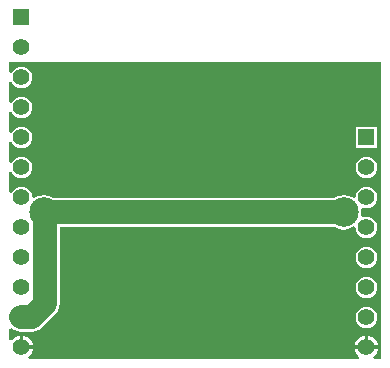
<source format=gbr>
%TF.GenerationSoftware,Altium Limited,Altium Designer,18.1.6 (161)*%
G04 Layer_Physical_Order=2*
G04 Layer_Color=16711680*
%FSLAX26Y26*%
%MOIN*%
%TF.FileFunction,Copper,L2,Bot,Signal*%
%TF.Part,Single*%
G01*
G75*
%TA.AperFunction,ComponentPad*%
%ADD12C,0.098425*%
%ADD13C,0.055000*%
%ADD14R,0.055000X0.055000*%
%TA.AperFunction,Conductor*%
%ADD15C,0.078740*%
G36*
X1249808Y1000000D02*
Y10035D01*
X1225633D01*
X1222917Y18035D01*
X1228037Y21963D01*
X1234338Y30175D01*
X1238299Y39738D01*
X1238873Y44094D01*
X1200000D01*
X1161127D01*
X1161701Y39738D01*
X1165662Y30175D01*
X1171963Y21963D01*
X1177083Y18035D01*
X1174367Y10035D01*
X75637Y10035D01*
X72921Y18035D01*
X78038Y21962D01*
X84340Y30173D01*
X88301Y39736D01*
X88874Y44093D01*
X50002D01*
Y49998D01*
X44096D01*
Y88871D01*
X39739Y88298D01*
X30177Y84337D01*
X21965Y78035D01*
X18035Y72914D01*
X10035Y75629D01*
Y112383D01*
X18035Y114978D01*
X26174Y108732D01*
X37667Y103972D01*
X50000Y102348D01*
X85000D01*
X97333Y103972D01*
X108826Y108732D01*
X118695Y116305D01*
X163695Y161305D01*
X171268Y171174D01*
X176028Y182667D01*
X177652Y195000D01*
Y452348D01*
X1093326D01*
X1096210Y450135D01*
X1110097Y444383D01*
X1125000Y442421D01*
X1139903Y444383D01*
X1153790Y450135D01*
X1157460Y452951D01*
X1164544Y448303D01*
X1165536Y440765D01*
X1169101Y432160D01*
X1174771Y424771D01*
X1182160Y419101D01*
X1190765Y415536D01*
X1200000Y414321D01*
X1209235Y415536D01*
X1217840Y419101D01*
X1225229Y424771D01*
X1230899Y432160D01*
X1234464Y440765D01*
X1235679Y450000D01*
X1234464Y459235D01*
X1230899Y467840D01*
X1225229Y475229D01*
X1217840Y480899D01*
X1209235Y484464D01*
X1200000Y485679D01*
X1190765Y484464D01*
X1188163Y483386D01*
X1181149Y489139D01*
X1182579Y500000D01*
X1181149Y510861D01*
X1188163Y516614D01*
X1190765Y515537D01*
X1200000Y514321D01*
X1209235Y515537D01*
X1217840Y519101D01*
X1225229Y524771D01*
X1230899Y532160D01*
X1234464Y540765D01*
X1235679Y550000D01*
X1234464Y559235D01*
X1230899Y567840D01*
X1225229Y575229D01*
X1217840Y580899D01*
X1209235Y584463D01*
X1200000Y585679D01*
X1190765Y584463D01*
X1182160Y580899D01*
X1174771Y575229D01*
X1169101Y567840D01*
X1165536Y559235D01*
X1164544Y551697D01*
X1157460Y547049D01*
X1153790Y549865D01*
X1139903Y555617D01*
X1125000Y557579D01*
X1110097Y555617D01*
X1096210Y549865D01*
X1093326Y547652D01*
X156674D01*
X153790Y549865D01*
X139903Y555617D01*
X125000Y557579D01*
X110097Y555617D01*
X96210Y549865D01*
X92538Y547047D01*
X85455Y551696D01*
X84462Y559236D01*
X80897Y567841D01*
X75227Y575231D01*
X67838Y580901D01*
X59233Y584465D01*
X49998Y585681D01*
X40764Y584465D01*
X32159Y580901D01*
X24769Y575231D01*
X19099Y567841D01*
X18035Y565271D01*
X10035Y566863D01*
Y633140D01*
X18035Y634732D01*
X19099Y632162D01*
X24769Y624773D01*
X32159Y619102D01*
X40764Y615538D01*
X49998Y614322D01*
X59233Y615538D01*
X67838Y619102D01*
X75227Y624773D01*
X80897Y632162D01*
X84462Y640767D01*
X85678Y650002D01*
X84462Y659236D01*
X80897Y667841D01*
X75227Y675231D01*
X67838Y680901D01*
X59233Y684465D01*
X49998Y685681D01*
X40764Y684465D01*
X32159Y680901D01*
X24769Y675231D01*
X19099Y667841D01*
X18035Y665271D01*
X10035Y666863D01*
Y733140D01*
X18035Y734732D01*
X19099Y732162D01*
X24769Y724773D01*
X32159Y719102D01*
X40764Y715538D01*
X49998Y714322D01*
X59233Y715538D01*
X67838Y719102D01*
X75227Y724773D01*
X80897Y732162D01*
X84462Y740767D01*
X85678Y750002D01*
X84462Y759236D01*
X80897Y767841D01*
X75227Y775231D01*
X67838Y780901D01*
X59233Y784465D01*
X49998Y785681D01*
X40764Y784465D01*
X32159Y780901D01*
X24769Y775231D01*
X19099Y767841D01*
X18035Y765271D01*
X10035Y766863D01*
Y833140D01*
X18035Y834732D01*
X19099Y832162D01*
X24769Y824773D01*
X32159Y819102D01*
X40764Y815538D01*
X49998Y814322D01*
X59233Y815538D01*
X67838Y819102D01*
X75227Y824773D01*
X80897Y832162D01*
X84462Y840767D01*
X85678Y850002D01*
X84462Y859236D01*
X80897Y867841D01*
X75227Y875231D01*
X67838Y880901D01*
X59233Y884465D01*
X49998Y885681D01*
X40764Y884465D01*
X32159Y880901D01*
X24769Y875231D01*
X19099Y867841D01*
X18035Y865271D01*
X10035Y866863D01*
Y933140D01*
X18035Y934732D01*
X19099Y932162D01*
X24769Y924773D01*
X32159Y919102D01*
X40764Y915538D01*
X49998Y914322D01*
X59233Y915538D01*
X67838Y919102D01*
X75227Y924773D01*
X80897Y932162D01*
X84462Y940767D01*
X85678Y950002D01*
X84462Y959236D01*
X80897Y967841D01*
X75227Y975231D01*
X67838Y980901D01*
X59233Y984465D01*
X49998Y985681D01*
X40764Y984465D01*
X32159Y980901D01*
X24769Y975231D01*
X19099Y967841D01*
X18035Y965271D01*
X10035Y966863D01*
Y1000000D01*
X1249808Y1000000D01*
D02*
G37*
%LPC*%
G36*
X1235374Y785374D02*
X1164626D01*
Y714626D01*
X1235374D01*
Y785374D01*
D02*
G37*
G36*
X1200000Y685679D02*
X1190765Y684463D01*
X1182160Y680899D01*
X1174771Y675229D01*
X1169101Y667840D01*
X1165536Y659235D01*
X1164321Y650000D01*
X1165536Y640765D01*
X1169101Y632160D01*
X1174771Y624771D01*
X1182160Y619101D01*
X1190765Y615537D01*
X1200000Y614321D01*
X1209235Y615537D01*
X1217840Y619101D01*
X1225229Y624771D01*
X1230899Y632160D01*
X1234464Y640765D01*
X1235679Y650000D01*
X1234464Y659235D01*
X1230899Y667840D01*
X1225229Y675229D01*
X1217840Y680899D01*
X1209235Y684463D01*
X1200000Y685679D01*
D02*
G37*
G36*
Y385679D02*
X1190765Y384464D01*
X1182160Y380899D01*
X1174771Y375229D01*
X1169101Y367840D01*
X1165536Y359235D01*
X1164321Y350000D01*
X1165536Y340765D01*
X1169101Y332160D01*
X1174771Y324771D01*
X1182160Y319101D01*
X1190765Y315536D01*
X1200000Y314321D01*
X1209235Y315536D01*
X1217840Y319101D01*
X1225229Y324771D01*
X1230899Y332160D01*
X1234464Y340765D01*
X1235679Y350000D01*
X1234464Y359235D01*
X1230899Y367840D01*
X1225229Y375229D01*
X1217840Y380899D01*
X1209235Y384464D01*
X1200000Y385679D01*
D02*
G37*
G36*
Y285679D02*
X1190765Y284464D01*
X1182160Y280899D01*
X1174771Y275229D01*
X1169101Y267840D01*
X1165536Y259235D01*
X1164321Y250000D01*
X1165536Y240766D01*
X1169101Y232160D01*
X1174771Y224771D01*
X1182160Y219101D01*
X1190765Y215536D01*
X1200000Y214321D01*
X1209235Y215536D01*
X1217840Y219101D01*
X1225229Y224771D01*
X1230899Y232160D01*
X1234464Y240766D01*
X1235679Y250000D01*
X1234464Y259235D01*
X1230899Y267840D01*
X1225229Y275229D01*
X1217840Y280899D01*
X1209235Y284464D01*
X1200000Y285679D01*
D02*
G37*
G36*
Y185679D02*
X1190765Y184464D01*
X1182160Y180899D01*
X1174771Y175229D01*
X1169101Y167840D01*
X1165536Y159234D01*
X1164321Y150000D01*
X1165536Y140766D01*
X1169101Y132160D01*
X1174771Y124771D01*
X1182160Y119101D01*
X1190765Y115537D01*
X1200000Y114321D01*
X1209235Y115537D01*
X1217840Y119101D01*
X1225229Y124771D01*
X1230899Y132160D01*
X1234464Y140766D01*
X1235679Y150000D01*
X1234464Y159234D01*
X1230899Y167840D01*
X1225229Y175229D01*
X1217840Y180899D01*
X1209235Y184464D01*
X1200000Y185679D01*
D02*
G37*
G36*
X1205906Y88873D02*
Y55906D01*
X1238873D01*
X1238299Y60262D01*
X1234338Y69825D01*
X1228037Y78037D01*
X1219825Y84338D01*
X1210262Y88299D01*
X1205906Y88873D01*
D02*
G37*
G36*
X1194094D02*
X1189738Y88299D01*
X1180175Y84338D01*
X1171963Y78037D01*
X1165662Y69825D01*
X1161701Y60262D01*
X1161127Y55906D01*
X1194094D01*
Y88873D01*
D02*
G37*
G36*
X55907Y88871D02*
Y55904D01*
X88874D01*
X88301Y60261D01*
X84340Y69823D01*
X78038Y78035D01*
X69827Y84337D01*
X60264Y88298D01*
X55907Y88871D01*
D02*
G37*
%LPD*%
D12*
X125000Y500000D02*
D03*
X1125000D02*
D03*
D13*
X1200000Y350000D02*
D03*
Y450000D02*
D03*
Y550000D02*
D03*
Y650000D02*
D03*
Y250000D02*
D03*
Y150000D02*
D03*
Y50000D02*
D03*
X49998Y250002D02*
D03*
Y350002D02*
D03*
Y450002D02*
D03*
Y550002D02*
D03*
Y650002D02*
D03*
Y1050002D02*
D03*
Y950002D02*
D03*
Y850002D02*
D03*
Y750002D02*
D03*
X50002Y149998D02*
D03*
Y49998D02*
D03*
D14*
X1200000Y750000D02*
D03*
X49998Y1150002D02*
D03*
D15*
X1125000Y500000D02*
X1130000D01*
X130000D02*
X1125000D01*
X130000Y195000D02*
Y500000D01*
X50000Y150000D02*
X85000D01*
X130000Y195000D01*
%TF.MD5,acae00894b4aa5311a30396a103a74ee*%
M02*

</source>
